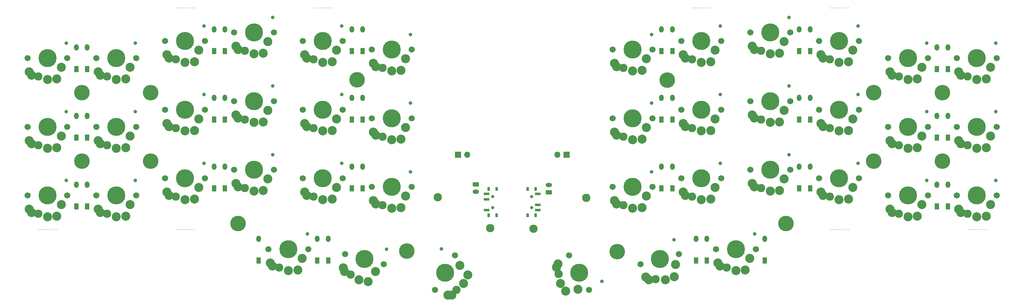
<source format=gts>
G04 #@! TF.GenerationSoftware,KiCad,Pcbnew,(6.0.10-0)*
G04 #@! TF.CreationDate,2023-01-29T16:26:49+09:00*
G04 #@! TF.ProjectId,corne-ultralight,636f726e-652d-4756-9c74-72616c696768,2.0*
G04 #@! TF.SameCoordinates,Original*
G04 #@! TF.FileFunction,Soldermask,Top*
G04 #@! TF.FilePolarity,Negative*
%FSLAX46Y46*%
G04 Gerber Fmt 4.6, Leading zero omitted, Abs format (unit mm)*
G04 Created by KiCad (PCBNEW (6.0.10-0)) date 2023-01-29 16:26:49*
%MOMM*%
%LPD*%
G01*
G04 APERTURE LIST*
G04 Aperture macros list*
%AMRoundRect*
0 Rectangle with rounded corners*
0 $1 Rounding radius*
0 $2 $3 $4 $5 $6 $7 $8 $9 X,Y pos of 4 corners*
0 Add a 4 corners polygon primitive as box body*
4,1,4,$2,$3,$4,$5,$6,$7,$8,$9,$2,$3,0*
0 Add four circle primitives for the rounded corners*
1,1,$1+$1,$2,$3*
1,1,$1+$1,$4,$5*
1,1,$1+$1,$6,$7*
1,1,$1+$1,$8,$9*
0 Add four rect primitives between the rounded corners*
20,1,$1+$1,$2,$3,$4,$5,0*
20,1,$1+$1,$4,$5,$6,$7,0*
20,1,$1+$1,$6,$7,$8,$9,0*
20,1,$1+$1,$8,$9,$2,$3,0*%
G04 Aperture macros list end*
%ADD10C,5.000000*%
%ADD11C,1.701800*%
%ADD12C,0.990600*%
%ADD13C,2.500000*%
%ADD14C,2.286000*%
%ADD15C,2.300000*%
%ADD16C,0.300000*%
%ADD17C,0.900000*%
%ADD18R,0.800000X1.000000*%
%ADD19R,1.500000X0.700000*%
%ADD20RoundRect,0.250000X0.625000X-0.350000X0.625000X0.350000X-0.625000X0.350000X-0.625000X-0.350000X0*%
%ADD21O,1.750000X1.200000*%
%ADD22R,1.700000X1.700000*%
%ADD23O,1.700000X1.700000*%
%ADD24RoundRect,0.250000X-0.625000X0.350000X-0.625000X-0.350000X0.625000X-0.350000X0.625000X0.350000X0*%
%ADD25R,1.300000X1.778000*%
%ADD26O,1.300000X1.778000*%
%ADD27C,4.300000*%
G04 APERTURE END LIST*
D10*
X278684847Y-45920432D03*
D11*
X273184847Y-45920432D03*
D12*
X283904847Y-41720432D03*
D11*
X284184847Y-45920432D03*
D13*
X278684847Y-51820432D03*
X282494847Y-48460432D03*
X281284847Y-51670432D03*
D14*
X276144847Y-51000432D03*
D13*
X274284847Y-50620432D03*
X273684847Y-49720432D03*
D11*
X254184847Y-45920432D03*
X265184847Y-45920432D03*
D12*
X264904847Y-41720432D03*
D10*
X259684847Y-45920432D03*
D13*
X259684847Y-51820432D03*
X263494847Y-48460432D03*
X262284847Y-51670432D03*
X255284847Y-50620432D03*
X254684847Y-49720432D03*
D14*
X257144847Y-51000432D03*
D10*
X240684847Y-41170432D03*
D11*
X235184847Y-41170432D03*
D12*
X245904847Y-36970432D03*
D11*
X246184847Y-41170432D03*
D13*
X243284847Y-46920432D03*
X244494847Y-43710432D03*
X240684847Y-47070432D03*
X235684847Y-44970432D03*
D14*
X238144847Y-46250432D03*
D13*
X236284847Y-45870432D03*
D11*
X227184847Y-38795432D03*
D12*
X226904847Y-34595432D03*
D11*
X216184847Y-38795432D03*
D10*
X221684847Y-38795432D03*
D13*
X225494847Y-41335432D03*
X221684847Y-44695432D03*
X224284847Y-44545432D03*
D14*
X219144847Y-43875432D03*
D13*
X217284847Y-43495432D03*
X216684847Y-42595432D03*
D11*
X197184847Y-41170432D03*
D12*
X207904847Y-36970432D03*
D10*
X202684847Y-41170432D03*
D11*
X208184847Y-41170432D03*
D13*
X202684847Y-47070432D03*
X205284847Y-46920432D03*
X206494847Y-43710432D03*
D14*
X200144847Y-46250432D03*
D13*
X198284847Y-45870432D03*
X197684847Y-44970432D03*
D10*
X183684847Y-43545432D03*
D12*
X188904847Y-39345432D03*
D11*
X178184847Y-43545432D03*
X189184847Y-43545432D03*
D13*
X187494847Y-46085432D03*
X183684847Y-49445432D03*
X186284847Y-49295432D03*
D14*
X181144847Y-48625432D03*
D13*
X179284847Y-48245432D03*
X178684847Y-47345432D03*
D11*
X284184847Y-64920432D03*
X273184847Y-64920432D03*
D12*
X283904847Y-60720432D03*
D10*
X278684847Y-64920432D03*
D13*
X278684847Y-70820432D03*
X281284847Y-70670432D03*
X282494847Y-67460432D03*
X274284847Y-69620432D03*
X273684847Y-68720432D03*
D14*
X276144847Y-70000432D03*
D11*
X265184847Y-64920432D03*
X254184847Y-64920432D03*
D12*
X264904847Y-60720432D03*
D10*
X259684847Y-64920432D03*
D13*
X263494847Y-67460432D03*
X259684847Y-70820432D03*
X262284847Y-70670432D03*
X254684847Y-68720432D03*
X255284847Y-69620432D03*
D14*
X257144847Y-70000432D03*
D11*
X235184847Y-60170432D03*
D10*
X240684847Y-60170432D03*
D12*
X245904847Y-55970432D03*
D11*
X246184847Y-60170432D03*
D13*
X244494847Y-62710432D03*
X240684847Y-66070432D03*
X243284847Y-65920432D03*
X235684847Y-63970432D03*
D14*
X238144847Y-65250432D03*
D13*
X236284847Y-64870432D03*
D11*
X227184847Y-57795432D03*
D10*
X221684847Y-57795432D03*
D11*
X216184847Y-57795432D03*
D12*
X226904847Y-53595432D03*
D13*
X221684847Y-63695432D03*
X225494847Y-60335432D03*
X224284847Y-63545432D03*
D14*
X219144847Y-62875432D03*
D13*
X217284847Y-62495432D03*
X216684847Y-61595432D03*
D10*
X202684847Y-60170432D03*
D12*
X207904847Y-55970432D03*
D11*
X208184847Y-60170432D03*
X197184847Y-60170432D03*
D13*
X202684847Y-66070432D03*
X205284847Y-65920432D03*
X206494847Y-62710432D03*
X198284847Y-64870432D03*
X197684847Y-63970432D03*
D14*
X200144847Y-65250432D03*
D11*
X189184847Y-62545432D03*
D10*
X183684847Y-62545432D03*
D12*
X188904847Y-58345432D03*
D11*
X178184847Y-62545432D03*
D13*
X186284847Y-68295432D03*
X187494847Y-65085432D03*
X183684847Y-68445432D03*
D14*
X181144847Y-67625432D03*
D13*
X178684847Y-66345432D03*
X179284847Y-67245432D03*
D12*
X283904847Y-79720432D03*
D11*
X273184847Y-83920432D03*
X284184847Y-83920432D03*
D10*
X278684847Y-83920432D03*
D13*
X282494847Y-86460432D03*
X281284847Y-89670432D03*
X278684847Y-89820432D03*
D14*
X276144847Y-89000432D03*
D13*
X273684847Y-87720432D03*
X274284847Y-88620432D03*
D11*
X254184847Y-83920432D03*
D10*
X259684847Y-83920432D03*
D12*
X264904847Y-79720432D03*
D11*
X265184847Y-83920432D03*
D13*
X263494847Y-86460432D03*
X262284847Y-89670432D03*
X259684847Y-89820432D03*
D14*
X257144847Y-89000432D03*
D13*
X254684847Y-87720432D03*
X255284847Y-88620432D03*
D12*
X245904847Y-74970432D03*
D10*
X240684847Y-79170432D03*
D11*
X235184847Y-79170432D03*
X246184847Y-79170432D03*
D13*
X244494847Y-81710432D03*
X240684847Y-85070432D03*
X243284847Y-84920432D03*
X236284847Y-83870432D03*
X235684847Y-82970432D03*
D14*
X238144847Y-84250432D03*
D12*
X226904847Y-72595432D03*
D10*
X221684847Y-76795432D03*
D11*
X216184847Y-76795432D03*
X227184847Y-76795432D03*
D13*
X225494847Y-79335432D03*
X224284847Y-82545432D03*
X221684847Y-82695432D03*
X216684847Y-80595432D03*
D14*
X219144847Y-81875432D03*
D13*
X217284847Y-81495432D03*
D11*
X197184847Y-79170432D03*
D10*
X202684847Y-79170432D03*
D11*
X208184847Y-79170432D03*
D12*
X207904847Y-74970432D03*
D13*
X205284847Y-84920432D03*
X206494847Y-81710432D03*
X202684847Y-85070432D03*
X197684847Y-82970432D03*
X198284847Y-83870432D03*
D14*
X200144847Y-84250432D03*
D10*
X212184847Y-98795432D03*
D11*
X217684847Y-98795432D03*
X206684847Y-98795432D03*
D12*
X217404847Y-94595432D03*
D13*
X215994847Y-101335432D03*
X214784847Y-104545432D03*
X212184847Y-104695432D03*
X207184847Y-102595432D03*
D14*
X209644847Y-103875432D03*
D13*
X207784847Y-103495432D03*
D10*
X191184847Y-101545432D03*
D12*
X195139940Y-96137508D03*
D11*
X196497439Y-100121927D03*
X185872255Y-102968937D03*
D13*
X195522425Y-103012783D03*
X195184464Y-106426576D03*
X192711879Y-107244394D03*
X188151223Y-107224087D03*
D14*
X190046196Y-107109736D03*
D13*
X187338730Y-106510045D03*
D10*
X183684847Y-81545432D03*
D12*
X188904847Y-77345432D03*
D11*
X189184847Y-81545432D03*
X178184847Y-81545432D03*
D13*
X187494847Y-84085432D03*
X186284847Y-87295432D03*
X183684847Y-87445432D03*
D14*
X181144847Y-86625432D03*
D13*
X178684847Y-85345432D03*
X179284847Y-86245432D03*
D12*
X122407500Y-39345000D03*
D10*
X117187500Y-43545000D03*
D11*
X122687500Y-43545000D03*
X111687500Y-43545000D03*
D13*
X117187500Y-49445000D03*
X119787500Y-49295000D03*
X120997500Y-46085000D03*
D14*
X114647500Y-48625000D03*
D13*
X112187500Y-47345000D03*
X112787500Y-48245000D03*
D11*
X92687500Y-41170000D03*
D10*
X98187500Y-41170000D03*
D12*
X103407500Y-36970000D03*
D11*
X103687500Y-41170000D03*
D13*
X100787500Y-46920000D03*
X101997500Y-43710000D03*
X98187500Y-47070000D03*
X93187500Y-44970000D03*
X93787500Y-45870000D03*
D14*
X95647500Y-46250000D03*
D11*
X73687500Y-38795000D03*
D12*
X84407500Y-34595000D03*
D11*
X84687500Y-38795000D03*
D10*
X79187500Y-38795000D03*
D13*
X82997500Y-41335000D03*
X81787500Y-44545000D03*
X79187500Y-44695000D03*
X74187500Y-42595000D03*
D14*
X76647500Y-43875000D03*
D13*
X74787500Y-43495000D03*
D11*
X65687500Y-41170000D03*
D10*
X60187500Y-41170000D03*
D12*
X65407500Y-36970000D03*
D11*
X54687500Y-41170000D03*
D13*
X60187500Y-47070000D03*
X63997500Y-43710000D03*
X62787500Y-46920000D03*
X55787500Y-45870000D03*
D14*
X57647500Y-46250000D03*
D13*
X55187500Y-44970000D03*
D12*
X46407500Y-41720000D03*
D11*
X35687500Y-45920000D03*
D10*
X41187500Y-45920000D03*
D11*
X46687500Y-45920000D03*
D13*
X41187500Y-51820000D03*
X44997500Y-48460000D03*
X43787500Y-51670000D03*
X36787500Y-50620000D03*
X36187500Y-49720000D03*
D14*
X38647500Y-51000000D03*
D12*
X122407500Y-77345000D03*
D10*
X117187500Y-81545000D03*
D11*
X111687500Y-81545000D03*
X122687500Y-81545000D03*
D13*
X117187500Y-87445000D03*
X119787500Y-87295000D03*
X120997500Y-84085000D03*
D14*
X114647500Y-86625000D03*
D13*
X112187500Y-85345000D03*
X112787500Y-86245000D03*
D10*
X131937500Y-105295000D03*
D12*
X130910193Y-98674347D03*
D11*
X134687500Y-100531860D03*
X129187500Y-110058140D03*
D13*
X136042205Y-103265443D03*
X138217146Y-105918334D03*
X137047050Y-108245000D03*
D14*
X135066909Y-110034705D03*
D13*
X133807819Y-111455512D03*
X132728397Y-111525127D03*
D10*
X22187500Y-83920000D03*
D11*
X27687500Y-83920000D03*
D12*
X27407500Y-79720000D03*
D11*
X16687500Y-83920000D03*
D13*
X24787500Y-89670000D03*
X25997500Y-86460000D03*
X22187500Y-89820000D03*
X17787500Y-88620000D03*
D14*
X19647500Y-89000000D03*
D13*
X17187500Y-87720000D03*
D10*
X109687500Y-101545000D03*
D11*
X115000092Y-102968505D03*
D12*
X115816673Y-98839147D03*
D11*
X104374908Y-100121495D03*
D13*
X110710698Y-107772003D03*
X112710277Y-104984552D03*
X108160468Y-107243962D03*
X104220977Y-104946048D03*
X103874358Y-103921423D03*
D14*
X105919248Y-105794503D03*
D11*
X83187500Y-98795000D03*
D12*
X93907500Y-94595000D03*
D10*
X88687500Y-98795000D03*
D11*
X94187500Y-98795000D03*
D13*
X88687500Y-104695000D03*
X91287500Y-104545000D03*
X92497500Y-101335000D03*
D14*
X86147500Y-103875000D03*
D13*
X83687500Y-102595000D03*
X84287500Y-103495000D03*
D12*
X103407500Y-74970000D03*
D11*
X92687500Y-79170000D03*
D10*
X98187500Y-79170000D03*
D11*
X103687500Y-79170000D03*
D13*
X101997500Y-81710000D03*
X98187500Y-85070000D03*
X100787500Y-84920000D03*
X93787500Y-83870000D03*
D14*
X95647500Y-84250000D03*
D13*
X93187500Y-82970000D03*
D10*
X79187500Y-76795000D03*
D12*
X84407500Y-72595000D03*
D11*
X84687500Y-76795000D03*
X73687500Y-76795000D03*
D13*
X79187500Y-82695000D03*
X82997500Y-79335000D03*
X81787500Y-82545000D03*
X74187500Y-80595000D03*
D14*
X76647500Y-81875000D03*
D13*
X74787500Y-81495000D03*
D11*
X54687500Y-79170000D03*
D10*
X60187500Y-79170000D03*
D12*
X65407500Y-74970000D03*
D11*
X65687500Y-79170000D03*
D13*
X60187500Y-85070000D03*
X63997500Y-81710000D03*
X62787500Y-84920000D03*
X55787500Y-83870000D03*
X55187500Y-82970000D03*
D14*
X57647500Y-84250000D03*
D10*
X41187500Y-83920000D03*
D12*
X46407500Y-79720000D03*
D11*
X35687500Y-83920000D03*
X46687500Y-83920000D03*
D13*
X43787500Y-89670000D03*
X41187500Y-89820000D03*
X44997500Y-86460000D03*
X36787500Y-88620000D03*
D14*
X38647500Y-89000000D03*
D13*
X36187500Y-87720000D03*
D11*
X111687500Y-62545000D03*
X122687500Y-62545000D03*
D10*
X117187500Y-62545000D03*
D12*
X122407500Y-58345000D03*
D13*
X117187500Y-68445000D03*
X120997500Y-65085000D03*
X119787500Y-68295000D03*
X112187500Y-66345000D03*
X112787500Y-67245000D03*
D14*
X114647500Y-67625000D03*
D12*
X103407500Y-55970000D03*
D11*
X103687500Y-60170000D03*
D10*
X98187500Y-60170000D03*
D11*
X92687500Y-60170000D03*
D13*
X98187500Y-66070000D03*
X100787500Y-65920000D03*
X101997500Y-62710000D03*
X93187500Y-63970000D03*
D14*
X95647500Y-65250000D03*
D13*
X93787500Y-64870000D03*
D12*
X84407500Y-53595000D03*
D11*
X73687500Y-57795000D03*
X84687500Y-57795000D03*
D10*
X79187500Y-57795000D03*
D13*
X82997500Y-60335000D03*
X79187500Y-63695000D03*
X81787500Y-63545000D03*
X74187500Y-61595000D03*
X74787500Y-62495000D03*
D14*
X76647500Y-62875000D03*
D10*
X60187500Y-60170000D03*
D12*
X65407500Y-55970000D03*
D11*
X54687500Y-60170000D03*
X65687500Y-60170000D03*
D13*
X62787500Y-65920000D03*
X60187500Y-66070000D03*
X63997500Y-62710000D03*
X55787500Y-64870000D03*
D14*
X57647500Y-65250000D03*
D13*
X55187500Y-63970000D03*
D11*
X46687500Y-64920000D03*
D12*
X46407500Y-60720000D03*
D11*
X35687500Y-64920000D03*
D10*
X41187500Y-64920000D03*
D13*
X41187500Y-70820000D03*
X43787500Y-70670000D03*
X44997500Y-67460000D03*
X36187500Y-68720000D03*
X36787500Y-69620000D03*
D14*
X38647500Y-70000000D03*
D11*
X27687500Y-64920000D03*
D10*
X22187500Y-64920000D03*
D11*
X16687500Y-64920000D03*
D12*
X27407500Y-60720000D03*
D13*
X22187500Y-70820000D03*
X24787500Y-70670000D03*
X25997500Y-67460000D03*
X17787500Y-69620000D03*
X17187500Y-68720000D03*
D14*
X19647500Y-70000000D03*
D12*
X27407500Y-41720000D03*
D11*
X27687500Y-45920000D03*
D10*
X22187500Y-45920000D03*
D11*
X16687500Y-45920000D03*
D13*
X22187500Y-51820000D03*
X25997500Y-48460000D03*
X24787500Y-51670000D03*
D14*
X19647500Y-51000000D03*
D13*
X17787500Y-50620000D03*
X17187500Y-49720000D03*
D15*
X156330847Y-93085432D03*
X170889847Y-84542432D03*
D11*
X171684847Y-110058572D03*
D12*
X175182154Y-107716085D03*
D10*
X168934847Y-105295432D03*
D11*
X166184847Y-100532292D03*
D13*
X163825297Y-108245432D03*
X168640142Y-109864989D03*
X165255201Y-110422098D03*
X162664528Y-103834920D03*
X163143950Y-102865305D03*
D14*
X163265438Y-105635727D03*
D16*
X24571250Y-93380000D03*
X22790000Y-93380000D03*
X19821250Y-93380000D03*
X23383750Y-93380000D03*
X21602500Y-93380000D03*
X22196250Y-93380000D03*
X20415000Y-93380000D03*
X23977500Y-93380000D03*
X21008750Y-93380000D03*
X58997000Y-93380000D03*
X62559500Y-93380000D03*
X57809500Y-93380000D03*
X61372000Y-93380000D03*
X59590750Y-93380000D03*
X58403250Y-93380000D03*
X60778250Y-93380000D03*
X61965750Y-93380000D03*
X60184500Y-93380000D03*
X57912500Y-31970000D03*
X58506250Y-31970000D03*
X61475000Y-31970000D03*
X62662500Y-31970000D03*
X59100000Y-31970000D03*
X60287500Y-31970000D03*
X60881250Y-31970000D03*
X62068750Y-31970000D03*
X59693750Y-31970000D03*
X96476250Y-31970000D03*
X99445000Y-31970000D03*
X100632500Y-31970000D03*
X95882500Y-31970000D03*
X100038750Y-31970000D03*
X98851250Y-31970000D03*
X97070000Y-31970000D03*
X98257500Y-31970000D03*
X97663750Y-31970000D03*
X202183750Y-31980000D03*
X200402500Y-31980000D03*
X203965000Y-31980000D03*
X200996250Y-31980000D03*
X202777500Y-31980000D03*
X204558750Y-31980000D03*
X203371250Y-31980000D03*
X205152500Y-31980000D03*
X201590000Y-31980000D03*
X242578750Y-31970000D03*
X238422500Y-31970000D03*
X239610000Y-31970000D03*
X240203750Y-31970000D03*
X240797500Y-31970000D03*
X243172500Y-31970000D03*
X241391250Y-31970000D03*
X239016250Y-31970000D03*
X241985000Y-31970000D03*
X278827500Y-93390000D03*
X280608750Y-93390000D03*
X281202500Y-93390000D03*
X280015000Y-93390000D03*
X276452500Y-93390000D03*
X277046250Y-93390000D03*
X277640000Y-93390000D03*
X279421250Y-93390000D03*
X278233750Y-93390000D03*
X243202500Y-93390000D03*
X239640000Y-93390000D03*
X240827500Y-93390000D03*
X241421250Y-93390000D03*
X238452500Y-93390000D03*
X242015000Y-93390000D03*
X240233750Y-93390000D03*
X242608750Y-93390000D03*
X239046250Y-93390000D03*
D17*
X155802500Y-87245000D03*
D18*
X156912500Y-89395000D03*
X154702500Y-82095000D03*
D17*
X155802500Y-84245000D03*
D18*
X154702500Y-89395000D03*
X156912500Y-82095000D03*
D19*
X157562500Y-83495000D03*
X157562500Y-86495000D03*
X157562500Y-87995000D03*
D20*
X160537500Y-83045000D03*
D21*
X160537500Y-81045000D03*
D22*
X165512500Y-72595000D03*
D23*
X162972500Y-72595000D03*
D22*
X135472500Y-72595000D03*
D23*
X138012500Y-72595000D03*
D18*
X144007500Y-82095000D03*
D17*
X145117500Y-84245000D03*
D18*
X146217500Y-82095000D03*
X146217500Y-89395000D03*
X144007500Y-89395000D03*
D17*
X145117500Y-87245000D03*
D19*
X143357500Y-87995000D03*
X143357500Y-84995000D03*
X143357500Y-83495000D03*
D24*
X140387500Y-80845000D03*
D21*
X140387500Y-82845000D03*
D25*
X270684847Y-86920432D03*
D26*
X270684847Y-80920432D03*
D25*
X232684847Y-81920432D03*
D26*
X232684847Y-75920432D03*
D25*
X229684847Y-81915432D03*
D26*
X229684847Y-75915432D03*
D25*
X194684847Y-81920432D03*
D26*
X194684847Y-75920432D03*
D25*
X191684847Y-81920432D03*
D26*
X191684847Y-75920432D03*
D25*
X220184847Y-101930432D03*
D26*
X220184847Y-95930432D03*
D25*
X204194847Y-101915432D03*
D26*
X204194847Y-95915432D03*
D25*
X201194847Y-101915432D03*
D26*
X201194847Y-95915432D03*
D25*
X270684847Y-48920432D03*
D26*
X270684847Y-42920432D03*
D25*
X267684847Y-48920432D03*
D26*
X267684847Y-42920432D03*
D25*
X232684847Y-43920432D03*
D26*
X232684847Y-37920432D03*
D25*
X229684847Y-43915432D03*
D26*
X229684847Y-37915432D03*
D25*
X194684847Y-43920432D03*
D26*
X194684847Y-37920432D03*
D25*
X191684847Y-43920432D03*
D26*
X191684847Y-37920432D03*
D25*
X270684847Y-67920432D03*
D26*
X270684847Y-61920432D03*
D25*
X267684847Y-67920432D03*
D26*
X267684847Y-61920432D03*
D25*
X232684847Y-62920432D03*
D26*
X232684847Y-56920432D03*
D25*
X229684847Y-62915432D03*
D26*
X229684847Y-56915432D03*
D25*
X194684847Y-62920432D03*
D26*
X194684847Y-56920432D03*
D25*
X33187500Y-86920000D03*
D26*
X33187500Y-80920000D03*
D25*
X33187500Y-67920000D03*
D26*
X33187500Y-61920000D03*
D25*
X33187500Y-48920000D03*
D26*
X33187500Y-42920000D03*
D25*
X191684847Y-62920432D03*
D26*
X191684847Y-56920432D03*
D25*
X99687500Y-101905000D03*
D26*
X99687500Y-95905000D03*
D25*
X96687500Y-101905000D03*
D26*
X96687500Y-95905000D03*
D25*
X80507500Y-101910000D03*
D26*
X80507500Y-95910000D03*
D25*
X109187500Y-81920000D03*
D26*
X109187500Y-75920000D03*
D25*
X106187500Y-81920000D03*
D26*
X106187500Y-75920000D03*
D25*
X71187500Y-81915000D03*
D26*
X71187500Y-75915000D03*
D25*
X68187500Y-81920000D03*
D26*
X68187500Y-75920000D03*
D25*
X30187500Y-86916875D03*
D26*
X30187500Y-80916875D03*
D25*
X109187500Y-62920000D03*
D26*
X109187500Y-56920000D03*
D25*
X106187500Y-62920000D03*
D26*
X106187500Y-56920000D03*
D25*
X71187500Y-62915000D03*
D26*
X71187500Y-56915000D03*
D25*
X68187500Y-62920000D03*
D26*
X68187500Y-56920000D03*
D25*
X30187500Y-67916875D03*
D26*
X30187500Y-61916875D03*
D25*
X109187500Y-43920000D03*
D26*
X109187500Y-37920000D03*
D25*
X106187500Y-43920000D03*
D26*
X106187500Y-37920000D03*
D25*
X71187500Y-43915000D03*
D26*
X71187500Y-37915000D03*
D25*
X68187500Y-43920000D03*
D26*
X68187500Y-37920000D03*
D25*
X30187500Y-48916875D03*
D26*
X30187500Y-42916875D03*
D25*
X267684847Y-86920432D03*
D26*
X267684847Y-80920432D03*
D27*
X31695500Y-74420500D03*
X107650500Y-51930500D03*
X31695500Y-55420500D03*
X74839500Y-91685500D03*
X121405500Y-99300000D03*
D15*
X129944500Y-84419000D03*
X144376500Y-92940000D03*
D27*
X193235847Y-51936932D03*
X179485847Y-99446932D03*
X226055847Y-91696932D03*
X269195847Y-55426932D03*
X269195847Y-74426932D03*
X50712500Y-74445000D03*
X50712500Y-55445000D03*
X250212500Y-74426932D03*
X250212500Y-55426932D03*
M02*

</source>
